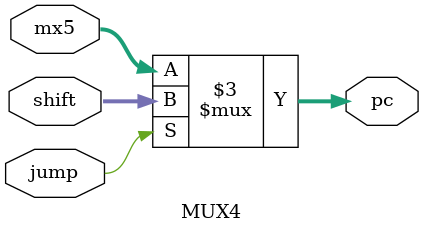
<source format=v>
module MUX4(
	input [31:0] mx5,//vienen del mux 5
	input [31:0] shift,//viene del shift left jump
	input jump,//señal jump
	output reg [31:0] pc
);

always @*
	begin
		if(jump)
		begin
			pc=shift;
		end
		else
		begin
			pc=mx5;
		end
	end
endmodule

</source>
